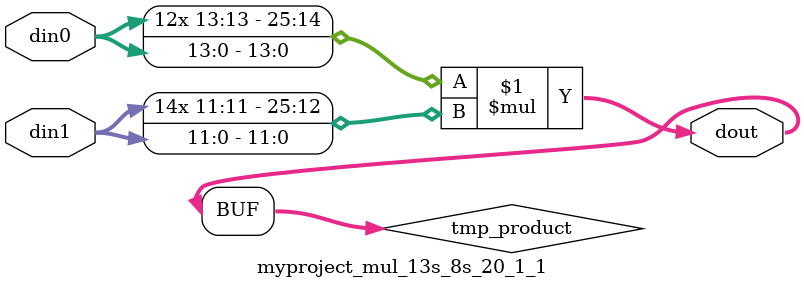
<source format=v>

`timescale 1 ns / 1 ps

 module myproject_mul_13s_8s_20_1_1(din0, din1, dout);
parameter ID = 1;
parameter NUM_STAGE = 0;
parameter din0_WIDTH = 14;
parameter din1_WIDTH = 12;
parameter dout_WIDTH = 26;

input [din0_WIDTH - 1 : 0] din0; 
input [din1_WIDTH - 1 : 0] din1; 
output [dout_WIDTH - 1 : 0] dout;

wire signed [dout_WIDTH - 1 : 0] tmp_product;



























assign tmp_product = $signed(din0) * $signed(din1);








assign dout = tmp_product;





















endmodule

</source>
